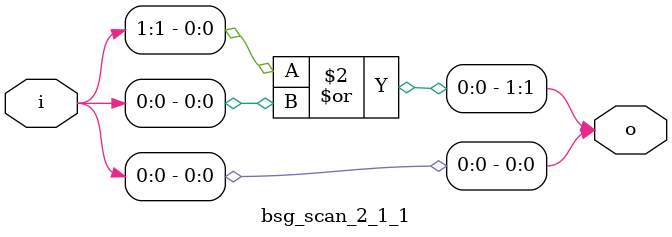
<source format=v>

module bsg_scan_2_1_1
(
  i,
  o
);

  input [1:0] i;
  output [1:0] o;
  wire [1:0] o;
  assign o[0] = i[0] | 1'b0;
  assign o[1] = i[1] | i[0];

endmodule
</source>
